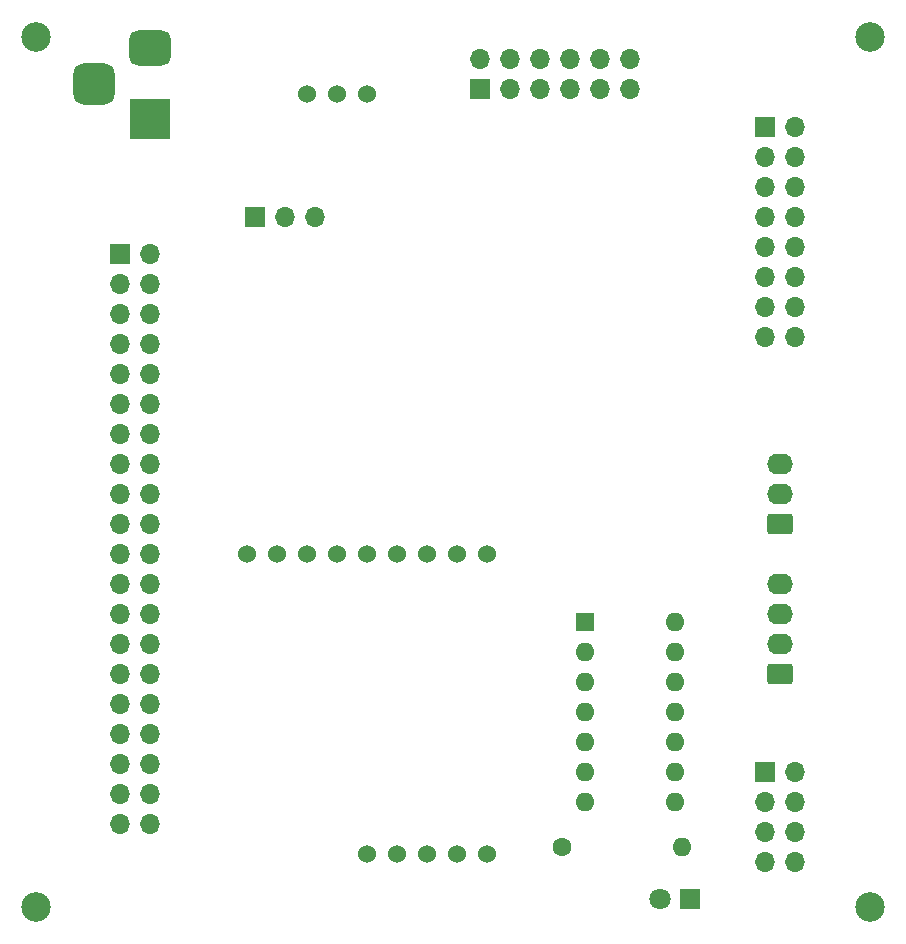
<source format=gbs>
%TF.GenerationSoftware,KiCad,Pcbnew,7.0.7*%
%TF.CreationDate,2023-09-28T16:31:28-05:00*%
%TF.ProjectId,iowa-rover-kiosk-main,696f7761-2d72-46f7-9665-722d6b696f73,rev?*%
%TF.SameCoordinates,Original*%
%TF.FileFunction,Soldermask,Bot*%
%TF.FilePolarity,Negative*%
%FSLAX46Y46*%
G04 Gerber Fmt 4.6, Leading zero omitted, Abs format (unit mm)*
G04 Created by KiCad (PCBNEW 7.0.7) date 2023-09-28 16:31:28*
%MOMM*%
%LPD*%
G01*
G04 APERTURE LIST*
G04 Aperture macros list*
%AMRoundRect*
0 Rectangle with rounded corners*
0 $1 Rounding radius*
0 $2 $3 $4 $5 $6 $7 $8 $9 X,Y pos of 4 corners*
0 Add a 4 corners polygon primitive as box body*
4,1,4,$2,$3,$4,$5,$6,$7,$8,$9,$2,$3,0*
0 Add four circle primitives for the rounded corners*
1,1,$1+$1,$2,$3*
1,1,$1+$1,$4,$5*
1,1,$1+$1,$6,$7*
1,1,$1+$1,$8,$9*
0 Add four rect primitives between the rounded corners*
20,1,$1+$1,$2,$3,$4,$5,0*
20,1,$1+$1,$4,$5,$6,$7,0*
20,1,$1+$1,$6,$7,$8,$9,0*
20,1,$1+$1,$8,$9,$2,$3,0*%
G04 Aperture macros list end*
%ADD10C,2.500000*%
%ADD11C,1.524000*%
%ADD12R,1.700000X1.700000*%
%ADD13O,1.700000X1.700000*%
%ADD14R,3.500000X3.500000*%
%ADD15RoundRect,0.750000X-1.000000X0.750000X-1.000000X-0.750000X1.000000X-0.750000X1.000000X0.750000X0*%
%ADD16RoundRect,0.875000X-0.875000X0.875000X-0.875000X-0.875000X0.875000X-0.875000X0.875000X0.875000X0*%
%ADD17R,1.800000X1.800000*%
%ADD18C,1.800000*%
%ADD19C,1.600000*%
%ADD20O,1.600000X1.600000*%
%ADD21RoundRect,0.250000X0.845000X-0.620000X0.845000X0.620000X-0.845000X0.620000X-0.845000X-0.620000X0*%
%ADD22O,2.190000X1.740000*%
%ADD23R,1.600000X1.600000*%
G04 APERTURE END LIST*
D10*
%TO.C,REF\u002A\u002A*%
X40562962Y-123825000D03*
%TD*%
D11*
%TO.C,U1*%
X78740000Y-93980000D03*
X76200000Y-93980000D03*
X73660000Y-93980000D03*
X71120000Y-93980000D03*
X68580000Y-93980000D03*
X66040000Y-93980000D03*
X63500000Y-93980000D03*
X60960000Y-93980000D03*
X58420000Y-93980000D03*
X78740000Y-119380000D03*
X76200000Y-119380000D03*
X73660000Y-119380000D03*
X71120000Y-119380000D03*
X68580000Y-119380000D03*
%TD*%
D10*
%TO.C,REF\u002A\u002A*%
X111125000Y-123825000D03*
%TD*%
D12*
%TO.C,JP1*%
X59070000Y-65405000D03*
D13*
X61610000Y-65405000D03*
X64150000Y-65405000D03*
%TD*%
D12*
%TO.C,J1*%
X47625000Y-68580000D03*
D13*
X50165000Y-68580000D03*
X47625000Y-71120000D03*
X50165000Y-71120000D03*
X47625000Y-73660000D03*
X50165000Y-73660000D03*
X47625000Y-76200000D03*
X50165000Y-76200000D03*
X47625000Y-78740000D03*
X50165000Y-78740000D03*
X47625000Y-81280000D03*
X50165000Y-81280000D03*
X47625000Y-83820000D03*
X50165000Y-83820000D03*
X47625000Y-86360000D03*
X50165000Y-86360000D03*
X47625000Y-88900000D03*
X50165000Y-88900000D03*
X47625000Y-91440000D03*
X50165000Y-91440000D03*
X47625000Y-93980000D03*
X50165000Y-93980000D03*
X47625000Y-96520000D03*
X50165000Y-96520000D03*
X47625000Y-99060000D03*
X50165000Y-99060000D03*
X47625000Y-101600000D03*
X50165000Y-101600000D03*
X47625000Y-104140000D03*
X50165000Y-104140000D03*
X47625000Y-106680000D03*
X50165000Y-106680000D03*
X47625000Y-109220000D03*
X50165000Y-109220000D03*
X47625000Y-111760000D03*
X50165000Y-111760000D03*
X47625000Y-114300000D03*
X50165000Y-114300000D03*
X47625000Y-116840000D03*
X50165000Y-116840000D03*
%TD*%
D14*
%TO.C,J2*%
X50165000Y-57150000D03*
D15*
X50165000Y-51150000D03*
D16*
X45465000Y-54150000D03*
%TD*%
D17*
%TO.C,D1*%
X95890000Y-123190000D03*
D18*
X93350000Y-123190000D03*
%TD*%
D19*
%TO.C,R1*%
X85090000Y-118745000D03*
D20*
X95250000Y-118745000D03*
%TD*%
D10*
%TO.C,REF\u002A\u002A*%
X40562962Y-50165000D03*
%TD*%
%TO.C,REF\u002A\u002A*%
X111125000Y-50165000D03*
%TD*%
D21*
%TO.C,J7*%
X103485000Y-91440000D03*
D22*
X103485000Y-88900000D03*
X103485000Y-86360000D03*
%TD*%
D11*
%TO.C,U2*%
X63500000Y-54991000D03*
X66040000Y-54991000D03*
X68580000Y-54991000D03*
%TD*%
D21*
%TO.C,J4*%
X103505000Y-104140000D03*
D22*
X103505000Y-101600000D03*
X103505000Y-99060000D03*
X103505000Y-96520000D03*
%TD*%
D12*
%TO.C,J5*%
X102235000Y-57785000D03*
D13*
X104775000Y-57785000D03*
X102235000Y-60325000D03*
X104775000Y-60325000D03*
X102235000Y-62865000D03*
X104775000Y-62865000D03*
X102235000Y-65405000D03*
X104775000Y-65405000D03*
X102235000Y-67945000D03*
X104775000Y-67945000D03*
X102235000Y-70485000D03*
X104775000Y-70485000D03*
X102235000Y-73025000D03*
X104775000Y-73025000D03*
X102235000Y-75565000D03*
X104775000Y-75565000D03*
%TD*%
D12*
%TO.C,J3*%
X78105000Y-54610000D03*
D13*
X78105000Y-52070000D03*
X80645000Y-54610000D03*
X80645000Y-52070000D03*
X83185000Y-54610000D03*
X83185000Y-52070000D03*
X85725000Y-54610000D03*
X85725000Y-52070000D03*
X88265000Y-54610000D03*
X88265000Y-52070000D03*
X90805000Y-54610000D03*
X90805000Y-52070000D03*
%TD*%
D23*
%TO.C,U3*%
X86995000Y-99695000D03*
D20*
X86995000Y-102235000D03*
X86995000Y-104775000D03*
X86995000Y-107315000D03*
X86995000Y-109855000D03*
X86995000Y-112395000D03*
X86995000Y-114935000D03*
X94615000Y-114935000D03*
X94615000Y-112395000D03*
X94615000Y-109855000D03*
X94615000Y-107315000D03*
X94615000Y-104775000D03*
X94615000Y-102235000D03*
X94615000Y-99695000D03*
%TD*%
D12*
%TO.C,J6*%
X102235000Y-112395000D03*
D13*
X104775000Y-112395000D03*
X102235000Y-114935000D03*
X104775000Y-114935000D03*
X102235000Y-117475000D03*
X104775000Y-117475000D03*
X102235000Y-120015000D03*
X104775000Y-120015000D03*
%TD*%
M02*

</source>
